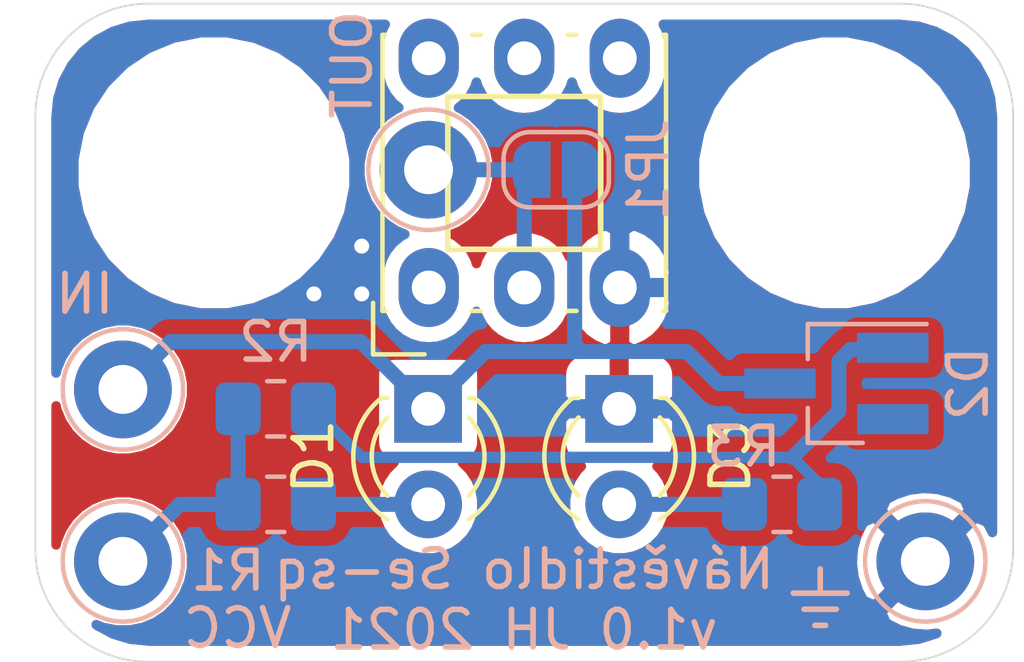
<source format=kicad_pcb>
(kicad_pcb (version 20171130) (host pcbnew 5.1.9+dfsg1-1)

  (general
    (thickness 1.6)
    (drawings 13)
    (tracks 32)
    (zones 0)
    (modules 14)
    (nets 8)
  )

  (page User 200 105.004)
  (layers
    (0 F.Cu signal)
    (31 B.Cu signal)
    (32 B.Adhes user)
    (33 F.Adhes user)
    (34 B.Paste user)
    (35 F.Paste user)
    (36 B.SilkS user)
    (37 F.SilkS user)
    (38 B.Mask user)
    (39 F.Mask user)
    (40 Dwgs.User user)
    (41 Cmts.User user hide)
    (42 Eco1.User user)
    (43 Eco2.User user)
    (44 Edge.Cuts user)
    (45 Margin user)
    (46 B.CrtYd user)
    (47 F.CrtYd user)
    (48 B.Fab user hide)
    (49 F.Fab user hide)
  )

  (setup
    (last_trace_width 0.25)
    (user_trace_width 0.3)
    (user_trace_width 0.4)
    (trace_clearance 0.2)
    (zone_clearance 0.4)
    (zone_45_only no)
    (trace_min 0.2)
    (via_size 0.8)
    (via_drill 0.4)
    (via_min_size 0.4)
    (via_min_drill 0.3)
    (uvia_size 0.3)
    (uvia_drill 0.1)
    (uvias_allowed no)
    (uvia_min_size 0.2)
    (uvia_min_drill 0.1)
    (edge_width 0.05)
    (segment_width 0.2)
    (pcb_text_width 0.3)
    (pcb_text_size 1.5 1.5)
    (mod_edge_width 0.12)
    (mod_text_size 1 1)
    (mod_text_width 0.15)
    (pad_size 1.524 1.524)
    (pad_drill 0.762)
    (pad_to_mask_clearance 0)
    (aux_axis_origin 0 0)
    (visible_elements FFFFFF7F)
    (pcbplotparams
      (layerselection 0x010fc_ffffffff)
      (usegerberextensions false)
      (usegerberattributes true)
      (usegerberadvancedattributes true)
      (creategerberjobfile true)
      (excludeedgelayer true)
      (linewidth 0.100000)
      (plotframeref false)
      (viasonmask false)
      (mode 1)
      (useauxorigin false)
      (hpglpennumber 1)
      (hpglpenspeed 20)
      (hpglpendiameter 15.000000)
      (psnegative false)
      (psa4output false)
      (plotreference true)
      (plotvalue true)
      (plotinvisibletext false)
      (padsonsilk false)
      (subtractmaskfromsilk false)
      (outputformat 1)
      (mirror false)
      (drillshape 1)
      (scaleselection 1)
      (outputdirectory ""))
  )

  (net 0 "")
  (net 1 GND)
  (net 2 "Net-(CINPUT1-Pad1)")
  (net 3 "Net-(COUTPUT1-Pad1)")
  (net 4 VCC)
  (net 5 "Net-(D1-Pad2)")
  (net 6 "Net-(D2-Pad1)")
  (net 7 "Net-(D3-Pad2)")

  (net_class Default "This is the default net class."
    (clearance 0.2)
    (trace_width 0.25)
    (via_dia 0.8)
    (via_drill 0.4)
    (uvia_dia 0.3)
    (uvia_drill 0.1)
    (add_net GND)
    (add_net "Net-(CINPUT1-Pad1)")
    (add_net "Net-(COUTPUT1-Pad1)")
    (add_net "Net-(D1-Pad2)")
    (add_net "Net-(D2-Pad1)")
    (add_net "Net-(D2-Pad2)")
    (add_net "Net-(D3-Pad2)")
    (add_net "Net-(SW1-Pad1)")
    (add_net "Net-(SW1-Pad4)")
    (add_net "Net-(SW1-Pad5)")
    (add_net "Net-(SW1-Pad6)")
    (add_net VCC)
  )

  (module Package_TO_SOT_SMD:SOT-23_Handsoldering (layer B.Cu) (tedit 5A0AB76C) (tstamp 61BBB34C)
    (at 103.3 32.1 180)
    (descr "SOT-23, Handsoldering")
    (tags SOT-23)
    (path /6187A3A8)
    (attr smd)
    (fp_text reference D2 (at -3.5 0 90) (layer B.SilkS)
      (effects (font (size 1 1) (thickness 0.15)) (justify mirror))
    )
    (fp_text value BAT54W (at 0 -2.5) (layer B.Fab)
      (effects (font (size 1 1) (thickness 0.15)) (justify mirror))
    )
    (fp_text user %R (at 0 0 270) (layer B.Fab)
      (effects (font (size 0.5 0.5) (thickness 0.075)) (justify mirror))
    )
    (fp_line (start 0.76 -1.58) (end 0.76 -0.65) (layer B.SilkS) (width 0.12))
    (fp_line (start 0.76 1.58) (end 0.76 0.65) (layer B.SilkS) (width 0.12))
    (fp_line (start -2.7 1.75) (end 2.7 1.75) (layer B.CrtYd) (width 0.05))
    (fp_line (start 2.7 1.75) (end 2.7 -1.75) (layer B.CrtYd) (width 0.05))
    (fp_line (start 2.7 -1.75) (end -2.7 -1.75) (layer B.CrtYd) (width 0.05))
    (fp_line (start -2.7 -1.75) (end -2.7 1.75) (layer B.CrtYd) (width 0.05))
    (fp_line (start 0.76 1.58) (end -2.4 1.58) (layer B.SilkS) (width 0.12))
    (fp_line (start -0.7 0.95) (end -0.7 -1.5) (layer B.Fab) (width 0.1))
    (fp_line (start -0.15 1.52) (end 0.7 1.52) (layer B.Fab) (width 0.1))
    (fp_line (start -0.7 0.95) (end -0.15 1.52) (layer B.Fab) (width 0.1))
    (fp_line (start 0.7 1.52) (end 0.7 -1.52) (layer B.Fab) (width 0.1))
    (fp_line (start -0.7 -1.52) (end 0.7 -1.52) (layer B.Fab) (width 0.1))
    (fp_line (start 0.76 -1.58) (end -0.7 -1.58) (layer B.SilkS) (width 0.12))
    (pad 3 smd rect (at 1.5 0 180) (size 1.9 0.8) (layers B.Cu B.Paste B.Mask)
      (net 2 "Net-(CINPUT1-Pad1)"))
    (pad 2 smd rect (at -1.5 -0.95 180) (size 1.9 0.8) (layers B.Cu B.Paste B.Mask))
    (pad 1 smd rect (at -1.5 0.95 180) (size 1.9 0.8) (layers B.Cu B.Paste B.Mask)
      (net 6 "Net-(D2-Pad1)"))
    (model ${KISYS3DMOD}/Package_TO_SOT_SMD.3dshapes/SOT-23.wrl
      (at (xyz 0 0 0))
      (scale (xyz 1 1 1))
      (rotate (xyz 0 0 0))
    )
  )

  (module MountingHole:MountingHole_3.2mm_M3 (layer F.Cu) (tedit 56D1B4CB) (tstamp 619D4057)
    (at 103.25 26.5)
    (descr "Mounting Hole 3.2mm, no annular, M3")
    (tags "mounting hole 3.2mm no annular m3")
    (path /61886D3D)
    (clearance 2)
    (attr virtual)
    (fp_text reference H2 (at 0 -4.2) (layer F.SilkS) hide
      (effects (font (size 1 1) (thickness 0.15)))
    )
    (fp_text value MountingHole (at 0 4.2) (layer F.Fab)
      (effects (font (size 1 1) (thickness 0.15)))
    )
    (fp_circle (center 0 0) (end 3.2 0) (layer Cmts.User) (width 0.15))
    (fp_circle (center 0 0) (end 3.45 0) (layer F.CrtYd) (width 0.05))
    (fp_text user %R (at 0.3 0) (layer F.Fab)
      (effects (font (size 1 1) (thickness 0.15)))
    )
    (pad 1 np_thru_hole circle (at 0 0) (size 3.2 3.2) (drill 3.2) (layers *.Cu *.Mask))
  )

  (module MountingHole:MountingHole_3.2mm_M3 (layer F.Cu) (tedit 56D1B4CB) (tstamp 619D4F66)
    (at 86.75 26.5 90)
    (descr "Mounting Hole 3.2mm, no annular, M3")
    (tags "mounting hole 3.2mm no annular m3")
    (path /61883B3D)
    (clearance 2)
    (attr virtual)
    (fp_text reference H1 (at 0 -4.2 90) (layer F.SilkS) hide
      (effects (font (size 1 1) (thickness 0.15)))
    )
    (fp_text value MountingHole (at 0 4.2 90) (layer F.Fab)
      (effects (font (size 1 1) (thickness 0.15)))
    )
    (fp_circle (center 0 0) (end 3.2 0) (layer Cmts.User) (width 0.15))
    (fp_circle (center 0 0) (end 3.45 0) (layer F.CrtYd) (width 0.05))
    (fp_text user %R (at 0.3 0 90) (layer F.Fab)
      (effects (font (size 1 1) (thickness 0.15)))
    )
    (pad 1 np_thru_hole circle (at 0 0 90) (size 3.2 3.2) (drill 3.2) (layers *.Cu *.Mask))
  )

  (module LED_THT:LED_D3.0mm (layer F.Cu) (tedit 587A3A7B) (tstamp 619D4005)
    (at 97.524 32.774 270)
    (descr "LED, diameter 3.0mm, 2 pins")
    (tags "LED diameter 3.0mm 2 pins")
    (path /6187B3C3)
    (fp_text reference D3 (at 1.27 -2.96 90) (layer F.SilkS)
      (effects (font (size 1 1) (thickness 0.15)))
    )
    (fp_text value STOP (at 1.27 2.96 90) (layer F.Fab)
      (effects (font (size 1 1) (thickness 0.15)))
    )
    (fp_circle (center 1.27 0) (end 2.77 0) (layer F.Fab) (width 0.1))
    (fp_line (start -0.23 -1.16619) (end -0.23 1.16619) (layer F.Fab) (width 0.1))
    (fp_line (start -0.29 -1.236) (end -0.29 -1.08) (layer F.SilkS) (width 0.12))
    (fp_line (start -0.29 1.08) (end -0.29 1.236) (layer F.SilkS) (width 0.12))
    (fp_line (start -1.15 -2.25) (end -1.15 2.25) (layer F.CrtYd) (width 0.05))
    (fp_line (start -1.15 2.25) (end 3.7 2.25) (layer F.CrtYd) (width 0.05))
    (fp_line (start 3.7 2.25) (end 3.7 -2.25) (layer F.CrtYd) (width 0.05))
    (fp_line (start 3.7 -2.25) (end -1.15 -2.25) (layer F.CrtYd) (width 0.05))
    (fp_arc (start 1.27 0) (end -0.23 -1.16619) (angle 284.3) (layer F.Fab) (width 0.1))
    (fp_arc (start 1.27 0) (end -0.29 -1.235516) (angle 108.8) (layer F.SilkS) (width 0.12))
    (fp_arc (start 1.27 0) (end -0.29 1.235516) (angle -108.8) (layer F.SilkS) (width 0.12))
    (fp_arc (start 1.27 0) (end 0.229039 -1.08) (angle 87.9) (layer F.SilkS) (width 0.12))
    (fp_arc (start 1.27 0) (end 0.229039 1.08) (angle -87.9) (layer F.SilkS) (width 0.12))
    (pad 1 thru_hole rect (at 0 0 270) (size 1.8 1.8) (drill 0.9) (layers *.Cu *.Mask)
      (net 1 GND))
    (pad 2 thru_hole circle (at 2.54 0 270) (size 1.8 1.8) (drill 0.9) (layers *.Cu *.Mask)
      (net 7 "Net-(D3-Pad2)"))
    (model ${KISYS3DMOD}/LED_THT.3dshapes/LED_D3.0mm.wrl
      (at (xyz 0 0 0))
      (scale (xyz 1 1 1))
      (rotate (xyz 0 0 0))
    )
  )

  (module Connector_Pin:Pin_D1.3mm_L11.0mm (layer B.Cu) (tedit 5A1DC085) (tstamp 619D3FE1)
    (at 84.328 36.83)
    (descr "solder Pin_ diameter 1.3mm, hole diameter 1.3mm, length 11.0mm")
    (tags "solder Pin_ pressfit")
    (path /618848B1)
    (fp_text reference CVCC1 (at -3.048 -2.032) (layer B.SilkS) hide
      (effects (font (size 1 1) (thickness 0.15)) (justify mirror))
    )
    (fp_text value pad (at 0 2.05) (layer B.Fab)
      (effects (font (size 1 1) (thickness 0.15)) (justify mirror))
    )
    (fp_circle (center 0 0) (end 1.8 0) (layer B.CrtYd) (width 0.05))
    (fp_circle (center 0 0) (end 0.65 0.05) (layer B.Fab) (width 0.12))
    (fp_circle (center 0 0) (end 1.25 0.05) (layer B.Fab) (width 0.12))
    (fp_circle (center 0 0) (end 1.6 -0.05) (layer B.SilkS) (width 0.12))
    (fp_text user %R (at 0 -2.4) (layer B.Fab)
      (effects (font (size 1 1) (thickness 0.15)) (justify mirror))
    )
    (pad 1 thru_hole circle (at 0 0) (size 2.6 2.6) (drill 1.3) (layers *.Cu *.Mask)
      (net 4 VCC))
    (model ${KISYS3DMOD}/Connector_Pin.3dshapes/Pin_D1.3mm_L11.0mm.wrl
      (at (xyz 0 0 0))
      (scale (xyz 1 1 1))
      (rotate (xyz 0 0 0))
    )
  )

  (module Connector_Pin:Pin_D1.3mm_L11.0mm (layer B.Cu) (tedit 5A1DC085) (tstamp 619D3FB1)
    (at 92.456 26.416)
    (descr "solder Pin_ diameter 1.3mm, hole diameter 1.3mm, length 11.0mm")
    (tags "solder Pin_ pressfit")
    (path /61887291)
    (fp_text reference COUTPUT1 (at 2.794 -1.778) (layer B.SilkS) hide
      (effects (font (size 1 1) (thickness 0.15)) (justify mirror))
    )
    (fp_text value pad (at 0 2.05) (layer B.Fab)
      (effects (font (size 1 1) (thickness 0.15)) (justify mirror))
    )
    (fp_circle (center 0 0) (end 1.8 0) (layer B.CrtYd) (width 0.05))
    (fp_circle (center 0 0) (end 0.65 0.05) (layer B.Fab) (width 0.12))
    (fp_circle (center 0 0) (end 1.25 0.05) (layer B.Fab) (width 0.12))
    (fp_circle (center 0 0) (end 1.6 -0.05) (layer B.SilkS) (width 0.12))
    (fp_text user %R (at 0 -2.4) (layer B.Fab)
      (effects (font (size 1 1) (thickness 0.15)) (justify mirror))
    )
    (pad 1 thru_hole circle (at 0 0) (size 2.6 2.6) (drill 1.3) (layers *.Cu *.Mask)
      (net 3 "Net-(COUTPUT1-Pad1)"))
    (model ${KISYS3DMOD}/Connector_Pin.3dshapes/Pin_D1.3mm_L11.0mm.wrl
      (at (xyz 0 0 0))
      (scale (xyz 1 1 1))
      (rotate (xyz 0 0 0))
    )
  )

  (module Connector_Pin:Pin_D1.3mm_L11.0mm (layer B.Cu) (tedit 5A1DC085) (tstamp 619D4038)
    (at 84.328 32.258)
    (descr "solder Pin_ diameter 1.3mm, hole diameter 1.3mm, length 11.0mm")
    (tags "solder Pin_ pressfit")
    (path /61885982)
    (fp_text reference CINPUT1 (at 0 2.794) (layer B.SilkS) hide
      (effects (font (size 1 1) (thickness 0.15)) (justify mirror))
    )
    (fp_text value pad (at 0 2.05) (layer B.Fab)
      (effects (font (size 1 1) (thickness 0.15)) (justify mirror))
    )
    (fp_circle (center 0 0) (end 1.8 0) (layer B.CrtYd) (width 0.05))
    (fp_circle (center 0 0) (end 0.65 0.05) (layer B.Fab) (width 0.12))
    (fp_circle (center 0 0) (end 1.25 0.05) (layer B.Fab) (width 0.12))
    (fp_circle (center 0 0) (end 1.6 -0.05) (layer B.SilkS) (width 0.12))
    (fp_text user %R (at 0 -2.4) (layer B.Fab)
      (effects (font (size 1 1) (thickness 0.15)) (justify mirror))
    )
    (pad 1 thru_hole circle (at 0 0) (size 2.6 2.6) (drill 1.3) (layers *.Cu *.Mask)
      (net 2 "Net-(CINPUT1-Pad1)"))
    (model ${KISYS3DMOD}/Connector_Pin.3dshapes/Pin_D1.3mm_L11.0mm.wrl
      (at (xyz 0 0 0))
      (scale (xyz 1 1 1))
      (rotate (xyz 0 0 0))
    )
  )

  (module Connector_Pin:Pin_D1.3mm_L11.0mm (layer B.Cu) (tedit 5A1DC085) (tstamp 619D40B0)
    (at 105.664 36.83)
    (descr "solder Pin_ diameter 1.3mm, hole diameter 1.3mm, length 11.0mm")
    (tags "solder Pin_ pressfit")
    (path /6189BB08)
    (fp_text reference CGND1 (at 2.286 -2.032) (layer B.SilkS) hide
      (effects (font (size 1 1) (thickness 0.15)) (justify mirror))
    )
    (fp_text value pad (at 0 2.05) (layer B.Fab)
      (effects (font (size 1 1) (thickness 0.15)) (justify mirror))
    )
    (fp_circle (center 0 0) (end 1.8 0) (layer B.CrtYd) (width 0.05))
    (fp_circle (center 0 0) (end 0.65 0.05) (layer B.Fab) (width 0.12))
    (fp_circle (center 0 0) (end 1.25 0.05) (layer B.Fab) (width 0.12))
    (fp_circle (center 0 0) (end 1.6 -0.05) (layer B.SilkS) (width 0.12))
    (fp_text user %R (at 0 -2.4) (layer B.Fab)
      (effects (font (size 1 1) (thickness 0.15)) (justify mirror))
    )
    (pad 1 thru_hole circle (at 0 0) (size 2.6 2.6) (drill 1.3) (layers *.Cu *.Mask)
      (net 1 GND))
    (model ${KISYS3DMOD}/Connector_Pin.3dshapes/Pin_D1.3mm_L11.0mm.wrl
      (at (xyz 0 0 0))
      (scale (xyz 1 1 1))
      (rotate (xyz 0 0 0))
    )
  )

  (module LED_THT:LED_D3.0mm (layer F.Cu) (tedit 587A3A7B) (tstamp 619D3E67)
    (at 92.444 32.774 270)
    (descr "LED, diameter 3.0mm, 2 pins")
    (tags "LED diameter 3.0mm 2 pins")
    (path /6187E726)
    (fp_text reference D1 (at 1.27 3.048 90) (layer F.SilkS)
      (effects (font (size 1 1) (thickness 0.15)))
    )
    (fp_text value GO (at 1.27 2.96 90) (layer F.Fab)
      (effects (font (size 1 1) (thickness 0.15)))
    )
    (fp_circle (center 1.27 0) (end 2.77 0) (layer F.Fab) (width 0.1))
    (fp_line (start -0.23 -1.16619) (end -0.23 1.16619) (layer F.Fab) (width 0.1))
    (fp_line (start -0.29 -1.236) (end -0.29 -1.08) (layer F.SilkS) (width 0.12))
    (fp_line (start -0.29 1.08) (end -0.29 1.236) (layer F.SilkS) (width 0.12))
    (fp_line (start -1.15 -2.25) (end -1.15 2.25) (layer F.CrtYd) (width 0.05))
    (fp_line (start -1.15 2.25) (end 3.7 2.25) (layer F.CrtYd) (width 0.05))
    (fp_line (start 3.7 2.25) (end 3.7 -2.25) (layer F.CrtYd) (width 0.05))
    (fp_line (start 3.7 -2.25) (end -1.15 -2.25) (layer F.CrtYd) (width 0.05))
    (fp_arc (start 1.27 0) (end -0.23 -1.16619) (angle 284.3) (layer F.Fab) (width 0.1))
    (fp_arc (start 1.27 0) (end -0.29 -1.235516) (angle 108.8) (layer F.SilkS) (width 0.12))
    (fp_arc (start 1.27 0) (end -0.29 1.235516) (angle -108.8) (layer F.SilkS) (width 0.12))
    (fp_arc (start 1.27 0) (end 0.229039 -1.08) (angle 87.9) (layer F.SilkS) (width 0.12))
    (fp_arc (start 1.27 0) (end 0.229039 1.08) (angle -87.9) (layer F.SilkS) (width 0.12))
    (pad 1 thru_hole rect (at 0 0 270) (size 1.8 1.8) (drill 0.9) (layers *.Cu *.Mask)
      (net 2 "Net-(CINPUT1-Pad1)"))
    (pad 2 thru_hole circle (at 2.54 0 270) (size 1.8 1.8) (drill 0.9) (layers *.Cu *.Mask)
      (net 5 "Net-(D1-Pad2)"))
    (model ${KISYS3DMOD}/LED_THT.3dshapes/LED_D3.0mm.wrl
      (at (xyz 0 0 0))
      (scale (xyz 1 1 1))
      (rotate (xyz 0 0 0))
    )
  )

  (module Switch_KMZ:KLS7 (layer F.Cu) (tedit 61882A3D) (tstamp 619D3F45)
    (at 95 26.5 90)
    (path /61889CBB)
    (fp_text reference SW1 (at 0 4.826 90) (layer F.SilkS) hide
      (effects (font (size 1 1) (thickness 0.15)))
    )
    (fp_text value SW_Push_DPDT (at 0 -4.826 90) (layer F.Fab)
      (effects (font (size 1 1) (thickness 0.15)))
    )
    (fp_line (start 4.572 -3.9) (end -4.572 -3.9) (layer F.CrtYd) (width 0.05))
    (fp_line (start -3.67 3.77) (end 3.67 3.77) (layer F.SilkS) (width 0.12))
    (fp_line (start -3.67 1.15) (end -3.67 1.39) (layer F.SilkS) (width 0.12))
    (fp_line (start -4.826 -4.02) (end -3.456 -4.02) (layer F.SilkS) (width 0.12))
    (fp_line (start 3.67 -3.77) (end 3.67 -3.69) (layer F.SilkS) (width 0.12))
    (fp_line (start -3.556 -3.65) (end 3.55 -3.65) (layer F.Fab) (width 0.1))
    (fp_line (start -3.67 3.69) (end -3.67 3.77) (layer F.SilkS) (width 0.12))
    (fp_line (start -3.67 -1.39) (end -3.67 -1.15) (layer F.SilkS) (width 0.12))
    (fp_line (start 3.67 3.77) (end 3.67 3.69) (layer F.SilkS) (width 0.12))
    (fp_line (start 3.67 -1.39) (end 3.67 -1.15) (layer F.SilkS) (width 0.12))
    (fp_line (start -3.67 -3.77) (end 3.67 -3.77) (layer F.SilkS) (width 0.12))
    (fp_line (start -3.67 -3.69) (end -3.67 -3.77) (layer F.SilkS) (width 0.12))
    (fp_line (start 3.67 1.15) (end 3.67 1.39) (layer F.SilkS) (width 0.12))
    (fp_line (start -4.826 -2.65) (end -4.826 -4.02) (layer F.SilkS) (width 0.12))
    (fp_line (start -4.572 3.9) (end 4.572 3.9) (layer F.CrtYd) (width 0.05))
    (fp_line (start 3.55 3.65) (end -3.55 3.65) (layer F.Fab) (width 0.1))
    (fp_line (start 3.55 -3.65) (end 3.55 3.65) (layer F.Fab) (width 0.1))
    (fp_line (start 4.572 3.9) (end 4.572 -3.9) (layer F.CrtYd) (width 0.05))
    (fp_line (start -3.55 3.65) (end -3.55 -3.556) (layer F.Fab) (width 0.1))
    (fp_line (start -4.572 -3.9) (end -4.572 3.9) (layer F.CrtYd) (width 0.05))
    (fp_line (start -2.032 -2.032) (end -2.032 2.032) (layer F.SilkS) (width 0.15))
    (fp_line (start -2.032 2.032) (end 2.032 2.032) (layer F.SilkS) (width 0.15))
    (fp_line (start 2.032 2.032) (end 2.032 -2.032) (layer F.SilkS) (width 0.15))
    (fp_line (start 2.032 -2.032) (end -2.032 -2.032) (layer F.SilkS) (width 0.15))
    (pad 5 thru_hole oval (at 3.048 -2.54 90) (size 2.1 1.6) (drill 0.9) (layers *.Cu *.Mask))
    (pad 3 thru_hole oval (at -3.048 0 90) (size 2.1 1.6) (drill 0.9) (layers *.Cu *.Mask)
      (net 3 "Net-(COUTPUT1-Pad1)"))
    (pad 1 thru_hole oval (at -3.048 -2.54 90) (size 2.1 1.6) (drill 0.9) (layers *.Cu *.Mask))
    (pad 2 thru_hole oval (at -3.048 2.54 90) (size 2.1 1.6) (drill 0.9) (layers *.Cu *.Mask)
      (net 1 GND))
    (pad 4 thru_hole oval (at 3.048 2.54 90) (size 2.1 1.6) (drill 0.9) (layers *.Cu *.Mask))
    (pad 6 thru_hole oval (at 3.048 0 90) (size 2.1 1.6) (drill 0.9) (layers *.Cu *.Mask))
  )

  (module Resistor_SMD:R_0805_2012Metric_Pad1.20x1.40mm_HandSolder (layer B.Cu) (tedit 5F68FEEE) (tstamp 619D4078)
    (at 101.854 35.314 180)
    (descr "Resistor SMD 0805 (2012 Metric), square (rectangular) end terminal, IPC_7351 nominal with elongated pad for handsoldering. (Body size source: IPC-SM-782 page 72, https://www.pcb-3d.com/wordpress/wp-content/uploads/ipc-sm-782a_amendment_1_and_2.pdf), generated with kicad-footprint-generator")
    (tags "resistor handsolder")
    (path /6187B970)
    (attr smd)
    (fp_text reference R3 (at 1.016 1.532) (layer B.SilkS)
      (effects (font (size 1 1) (thickness 0.15)) (justify mirror))
    )
    (fp_text value 1k (at 0 -1.65) (layer B.Fab)
      (effects (font (size 1 1) (thickness 0.15)) (justify mirror))
    )
    (fp_line (start -1 -0.625) (end -1 0.625) (layer B.Fab) (width 0.1))
    (fp_line (start -1 0.625) (end 1 0.625) (layer B.Fab) (width 0.1))
    (fp_line (start 1 0.625) (end 1 -0.625) (layer B.Fab) (width 0.1))
    (fp_line (start 1 -0.625) (end -1 -0.625) (layer B.Fab) (width 0.1))
    (fp_line (start -0.227064 0.735) (end 0.227064 0.735) (layer B.SilkS) (width 0.12))
    (fp_line (start -0.227064 -0.735) (end 0.227064 -0.735) (layer B.SilkS) (width 0.12))
    (fp_line (start -1.85 -0.95) (end -1.85 0.95) (layer B.CrtYd) (width 0.05))
    (fp_line (start -1.85 0.95) (end 1.85 0.95) (layer B.CrtYd) (width 0.05))
    (fp_line (start 1.85 0.95) (end 1.85 -0.95) (layer B.CrtYd) (width 0.05))
    (fp_line (start 1.85 -0.95) (end -1.85 -0.95) (layer B.CrtYd) (width 0.05))
    (fp_text user %R (at 0 0) (layer B.Fab)
      (effects (font (size 0.5 0.5) (thickness 0.08)) (justify mirror))
    )
    (pad 1 smd roundrect (at -1 0 180) (size 1.2 1.4) (layers B.Cu B.Paste B.Mask) (roundrect_rratio 0.208333)
      (net 6 "Net-(D2-Pad1)"))
    (pad 2 smd roundrect (at 1 0 180) (size 1.2 1.4) (layers B.Cu B.Paste B.Mask) (roundrect_rratio 0.208333)
      (net 7 "Net-(D3-Pad2)"))
    (model ${KISYS3DMOD}/Resistor_SMD.3dshapes/R_0805_2012Metric.wrl
      (at (xyz 0 0 0))
      (scale (xyz 1 1 1))
      (rotate (xyz 0 0 0))
    )
  )

  (module Resistor_SMD:R_0805_2012Metric_Pad1.20x1.40mm_HandSolder (layer B.Cu) (tedit 5F68FEEE) (tstamp 619D3E35)
    (at 88.392 32.774)
    (descr "Resistor SMD 0805 (2012 Metric), square (rectangular) end terminal, IPC_7351 nominal with elongated pad for handsoldering. (Body size source: IPC-SM-782 page 72, https://www.pcb-3d.com/wordpress/wp-content/uploads/ipc-sm-782a_amendment_1_and_2.pdf), generated with kicad-footprint-generator")
    (tags "resistor handsolder")
    (path /61879627)
    (attr smd)
    (fp_text reference R2 (at 0 -1.778) (layer B.SilkS)
      (effects (font (size 1 1) (thickness 0.15)) (justify mirror))
    )
    (fp_text value 1k (at 0 -1.65) (layer B.Fab)
      (effects (font (size 1 1) (thickness 0.15)) (justify mirror))
    )
    (fp_line (start -1 -0.625) (end -1 0.625) (layer B.Fab) (width 0.1))
    (fp_line (start -1 0.625) (end 1 0.625) (layer B.Fab) (width 0.1))
    (fp_line (start 1 0.625) (end 1 -0.625) (layer B.Fab) (width 0.1))
    (fp_line (start 1 -0.625) (end -1 -0.625) (layer B.Fab) (width 0.1))
    (fp_line (start -0.227064 0.735) (end 0.227064 0.735) (layer B.SilkS) (width 0.12))
    (fp_line (start -0.227064 -0.735) (end 0.227064 -0.735) (layer B.SilkS) (width 0.12))
    (fp_line (start -1.85 -0.95) (end -1.85 0.95) (layer B.CrtYd) (width 0.05))
    (fp_line (start -1.85 0.95) (end 1.85 0.95) (layer B.CrtYd) (width 0.05))
    (fp_line (start 1.85 0.95) (end 1.85 -0.95) (layer B.CrtYd) (width 0.05))
    (fp_line (start 1.85 -0.95) (end -1.85 -0.95) (layer B.CrtYd) (width 0.05))
    (fp_text user %R (at 0 0) (layer B.Fab)
      (effects (font (size 0.5 0.5) (thickness 0.08)) (justify mirror))
    )
    (pad 1 smd roundrect (at -1 0) (size 1.2 1.4) (layers B.Cu B.Paste B.Mask) (roundrect_rratio 0.208333)
      (net 4 VCC))
    (pad 2 smd roundrect (at 1 0) (size 1.2 1.4) (layers B.Cu B.Paste B.Mask) (roundrect_rratio 0.208333)
      (net 6 "Net-(D2-Pad1)"))
    (model ${KISYS3DMOD}/Resistor_SMD.3dshapes/R_0805_2012Metric.wrl
      (at (xyz 0 0 0))
      (scale (xyz 1 1 1))
      (rotate (xyz 0 0 0))
    )
  )

  (module Resistor_SMD:R_0805_2012Metric_Pad1.20x1.40mm_HandSolder (layer B.Cu) (tedit 5F68FEEE) (tstamp 619D5516)
    (at 88.392 35.314)
    (descr "Resistor SMD 0805 (2012 Metric), square (rectangular) end terminal, IPC_7351 nominal with elongated pad for handsoldering. (Body size source: IPC-SM-782 page 72, https://www.pcb-3d.com/wordpress/wp-content/uploads/ipc-sm-782a_amendment_1_and_2.pdf), generated with kicad-footprint-generator")
    (tags "resistor handsolder")
    (path /61880209)
    (attr smd)
    (fp_text reference R1 (at -1.27 1.77) (layer B.SilkS)
      (effects (font (size 1 1) (thickness 0.15)) (justify mirror))
    )
    (fp_text value 1k (at 0 -1.65) (layer B.Fab)
      (effects (font (size 1 1) (thickness 0.15)) (justify mirror))
    )
    (fp_line (start -1 -0.625) (end -1 0.625) (layer B.Fab) (width 0.1))
    (fp_line (start -1 0.625) (end 1 0.625) (layer B.Fab) (width 0.1))
    (fp_line (start 1 0.625) (end 1 -0.625) (layer B.Fab) (width 0.1))
    (fp_line (start 1 -0.625) (end -1 -0.625) (layer B.Fab) (width 0.1))
    (fp_line (start -0.227064 0.735) (end 0.227064 0.735) (layer B.SilkS) (width 0.12))
    (fp_line (start -0.227064 -0.735) (end 0.227064 -0.735) (layer B.SilkS) (width 0.12))
    (fp_line (start -1.85 -0.95) (end -1.85 0.95) (layer B.CrtYd) (width 0.05))
    (fp_line (start -1.85 0.95) (end 1.85 0.95) (layer B.CrtYd) (width 0.05))
    (fp_line (start 1.85 0.95) (end 1.85 -0.95) (layer B.CrtYd) (width 0.05))
    (fp_line (start 1.85 -0.95) (end -1.85 -0.95) (layer B.CrtYd) (width 0.05))
    (fp_text user %R (at 0 0) (layer B.Fab)
      (effects (font (size 0.5 0.5) (thickness 0.08)) (justify mirror))
    )
    (pad 1 smd roundrect (at -1 0) (size 1.2 1.4) (layers B.Cu B.Paste B.Mask) (roundrect_rratio 0.208333)
      (net 4 VCC))
    (pad 2 smd roundrect (at 1 0) (size 1.2 1.4) (layers B.Cu B.Paste B.Mask) (roundrect_rratio 0.208333)
      (net 5 "Net-(D1-Pad2)"))
    (model ${KISYS3DMOD}/Resistor_SMD.3dshapes/R_0805_2012Metric.wrl
      (at (xyz 0 0 0))
      (scale (xyz 1 1 1))
      (rotate (xyz 0 0 0))
    )
  )

  (module Jumper:SolderJumper-2_P1.3mm_Open_RoundedPad1.0x1.5mm (layer B.Cu) (tedit 5B391E66) (tstamp 619D50A6)
    (at 95.85 26.416 180)
    (descr "SMD Solder Jumper, 1x1.5mm, rounded Pads, 0.3mm gap, open")
    (tags "solder jumper open")
    (path /618864CD)
    (attr virtual)
    (fp_text reference JP1 (at -2.448 0 90) (layer B.SilkS)
      (effects (font (size 1 1) (thickness 0.15)) (justify mirror))
    )
    (fp_text value SolderJumper_2_Open (at 0 -1.9) (layer B.Fab)
      (effects (font (size 1 1) (thickness 0.15)) (justify mirror))
    )
    (fp_line (start -1.4 -0.3) (end -1.4 0.3) (layer B.SilkS) (width 0.12))
    (fp_line (start 0.7 -1) (end -0.7 -1) (layer B.SilkS) (width 0.12))
    (fp_line (start 1.4 0.3) (end 1.4 -0.3) (layer B.SilkS) (width 0.12))
    (fp_line (start -0.7 1) (end 0.7 1) (layer B.SilkS) (width 0.12))
    (fp_line (start -1.65 1.25) (end 1.65 1.25) (layer B.CrtYd) (width 0.05))
    (fp_line (start -1.65 1.25) (end -1.65 -1.25) (layer B.CrtYd) (width 0.05))
    (fp_line (start 1.65 -1.25) (end 1.65 1.25) (layer B.CrtYd) (width 0.05))
    (fp_line (start 1.65 -1.25) (end -1.65 -1.25) (layer B.CrtYd) (width 0.05))
    (fp_arc (start 0.7 0.3) (end 1.4 0.3) (angle 90) (layer B.SilkS) (width 0.12))
    (fp_arc (start 0.7 -0.3) (end 0.7 -1) (angle 90) (layer B.SilkS) (width 0.12))
    (fp_arc (start -0.7 -0.3) (end -1.4 -0.3) (angle 90) (layer B.SilkS) (width 0.12))
    (fp_arc (start -0.7 0.3) (end -0.7 1) (angle 90) (layer B.SilkS) (width 0.12))
    (pad 1 smd custom (at -0.65 0 180) (size 1 0.5) (layers B.Cu B.Mask)
      (net 2 "Net-(CINPUT1-Pad1)") (zone_connect 2)
      (options (clearance outline) (anchor rect))
      (primitives
        (gr_circle (center 0 -0.25) (end 0.5 -0.25) (width 0))
        (gr_circle (center 0 0.25) (end 0.5 0.25) (width 0))
        (gr_poly (pts
           (xy 0 0.75) (xy 0.5 0.75) (xy 0.5 -0.75) (xy 0 -0.75)) (width 0))
      ))
    (pad 2 smd custom (at 0.65 0 180) (size 1 0.5) (layers B.Cu B.Mask)
      (net 3 "Net-(COUTPUT1-Pad1)") (zone_connect 2)
      (options (clearance outline) (anchor rect))
      (primitives
        (gr_circle (center 0 -0.25) (end 0.5 -0.25) (width 0))
        (gr_circle (center 0 0.25) (end 0.5 0.25) (width 0))
        (gr_poly (pts
           (xy 0 0.75) (xy -0.5 0.75) (xy -0.5 -0.75) (xy 0 -0.75)) (width 0))
      ))
  )

  (gr_text "Návěstidlo Se-sq\nv1.0 JH 2021" (at 94.996 37.846) (layer B.SilkS) (tstamp 619D3E8F)
    (effects (font (size 1 1) (thickness 0.15)) (justify mirror))
  )
  (gr_text VCC (at 87.376 38.608) (layer B.SilkS) (tstamp 619D40A5)
    (effects (font (size 1 1) (thickness 0.15)) (justify mirror))
  )
  (gr_text ⏚ (at 102.87 37.846) (layer B.SilkS) (tstamp 619D3E95)
    (effects (font (size 1.5 1.5) (thickness 0.15)) (justify mirror))
  )
  (gr_text IN (at 83.312 29.718) (layer B.SilkS) (tstamp 619D3E8C)
    (effects (font (size 1 1) (thickness 0.15)) (justify mirror))
  )
  (gr_text OUT (at 90.424 23.622 90) (layer B.SilkS) (tstamp 619D3F22)
    (effects (font (size 1 1) (thickness 0.15)) (justify mirror))
  )
  (gr_line (start 85 39.5) (end 105 39.5) (layer Edge.Cuts) (width 0.05) (tstamp 619D40CC))
  (gr_arc (start 85 36.5) (end 82 36.5) (angle -90) (layer Edge.Cuts) (width 0.05) (tstamp 619D40CF))
  (gr_arc (start 105 36.5) (end 105 39.5) (angle -90) (layer Edge.Cuts) (width 0.05) (tstamp 619D40C3))
  (gr_line (start 108 25) (end 108 36.5) (layer Edge.Cuts) (width 0.05) (tstamp 619D40A2))
  (gr_line (start 82 25) (end 82 36.5) (layer Edge.Cuts) (width 0.05) (tstamp 619D409F))
  (gr_arc (start 105 25) (end 108 25) (angle -90) (layer Edge.Cuts) (width 0.05) (tstamp 619D4F4C))
  (gr_arc (start 85 25) (end 85 22) (angle -90) (layer Edge.Cuts) (width 0.05) (tstamp 619D409C))
  (gr_line (start 105 22) (end 85 22) (layer Edge.Cuts) (width 0.05) (tstamp 619D3EA1))

  (via (at 90.678 29.718) (size 0.8) (drill 0.4) (layers F.Cu B.Cu) (net 1))
  (via (at 90.678 28.448) (size 0.8) (drill 0.4) (layers F.Cu B.Cu) (net 1))
  (via (at 89.408 29.718) (size 0.8) (drill 0.4) (layers F.Cu B.Cu) (net 1))
  (segment (start 93.968 31.25) (end 92.444 32.774) (width 0.4) (layer B.Cu) (net 2) (tstamp 619D404E))
  (segment (start 96.512 31.25) (end 93.968 31.25) (width 0.4) (layer B.Cu) (net 2))
  (segment (start 84.328 32.258) (end 85.598 30.988) (width 0.4) (layer B.Cu) (net 2))
  (segment (start 90.658 30.988) (end 92.444 32.774) (width 0.4) (layer B.Cu) (net 2))
  (segment (start 85.598 30.988) (end 90.658 30.988) (width 0.4) (layer B.Cu) (net 2))
  (segment (start 96.33999 26.57601) (end 96.5 26.416) (width 0.4) (layer B.Cu) (net 2))
  (segment (start 96.33999 31.07799) (end 96.33999 26.57601) (width 0.4) (layer B.Cu) (net 2))
  (segment (start 96.512 31.25) (end 96.33999 31.07799) (width 0.4) (layer B.Cu) (net 2))
  (segment (start 99.322 31.25) (end 96.512 31.25) (width 0.4) (layer B.Cu) (net 2))
  (segment (start 100.172 32.1) (end 99.322 31.25) (width 0.4) (layer B.Cu) (net 2))
  (segment (start 102.036 32.1) (end 100.172 32.1) (width 0.4) (layer B.Cu) (net 2))
  (segment (start 95 26.412) (end 94.996 26.416) (width 0.4) (layer B.Cu) (net 3))
  (segment (start 95 26.616) (end 95.2 26.416) (width 0.4) (layer B.Cu) (net 3))
  (segment (start 95 29.548) (end 95 26.616) (width 0.4) (layer B.Cu) (net 3))
  (segment (start 92.456 26.416) (end 95.2 26.416) (width 0.4) (layer B.Cu) (net 3))
  (segment (start 87.392 32.774) (end 87.392 35.314) (width 0.4) (layer B.Cu) (net 4))
  (segment (start 85.844 35.314) (end 84.328 36.83) (width 0.4) (layer B.Cu) (net 4))
  (segment (start 87.392 35.314) (end 85.844 35.314) (width 0.4) (layer B.Cu) (net 4))
  (segment (start 89.392 35.314) (end 92.444 35.314) (width 0.4) (layer B.Cu) (net 5))
  (segment (start 89.392 32.774) (end 89.67 32.774) (width 0.4) (layer B.Cu) (net 6))
  (segment (start 90.681999 34.063999) (end 102.135999 34.063999) (width 0.3) (layer B.Cu) (net 6))
  (segment (start 89.392 32.774) (end 90.681999 34.063999) (width 0.3) (layer B.Cu) (net 6))
  (segment (start 102.854 34.782) (end 102.854 35.314) (width 0.3) (layer B.Cu) (net 6))
  (segment (start 102.135999 34.063999) (end 102.854 34.782) (width 0.3) (layer B.Cu) (net 6))
  (segment (start 103.67 31.2) (end 104.7 31.2) (width 0.4) (layer B.Cu) (net 6))
  (segment (start 103.366 31.504) (end 103.67 31.2) (width 0.4) (layer B.Cu) (net 6))
  (segment (start 103.366 32.833998) (end 103.366 31.504) (width 0.4) (layer B.Cu) (net 6))
  (segment (start 102.135999 34.063999) (end 103.366 32.833998) (width 0.4) (layer B.Cu) (net 6))
  (segment (start 97.524 35.314) (end 100.854 35.314) (width 0.4) (layer B.Cu) (net 7))

  (zone (net 1) (net_name GND) (layer B.Cu) (tstamp 619D49C8) (hatch edge 0.508)
    (connect_pads (clearance 0.4))
    (min_thickness 0.254)
    (fill yes (arc_segments 32) (thermal_gap 0.508) (thermal_bridge_width 0.508))
    (polygon
      (pts
        (xy 108 39.5) (xy 82 39.5) (xy 82 22) (xy 108 22)
      )
    )
    (filled_polygon
      (pts
        (xy 105.474972 22.601219) (xy 105.931851 22.739158) (xy 106.353239 22.963214) (xy 106.723079 23.264849) (xy 107.02729 23.632575)
        (xy 107.254281 24.052389) (xy 107.395407 24.508292) (xy 107.448 25.008678) (xy 107.448001 36.062401) (xy 107.440333 36.03931)
        (xy 107.308312 35.792317) (xy 107.013224 35.660381) (xy 105.843605 36.83) (xy 105.857748 36.844143) (xy 105.678143 37.023748)
        (xy 105.664 37.009605) (xy 104.494381 38.179224) (xy 104.626317 38.474312) (xy 104.967045 38.645159) (xy 105.334557 38.74625)
        (xy 105.714729 38.773701) (xy 105.970868 38.741706) (xy 105.947615 38.754279) (xy 105.491709 38.895407) (xy 104.991321 38.948)
        (xy 85.027002 38.948) (xy 84.525032 38.898782) (xy 84.068149 38.760842) (xy 83.646764 38.536788) (xy 83.618274 38.513552)
        (xy 83.795084 38.586789) (xy 84.148056 38.657) (xy 84.507944 38.657) (xy 84.860916 38.586789) (xy 85.193409 38.449066)
        (xy 85.492645 38.249124) (xy 85.747124 37.994645) (xy 85.947066 37.695409) (xy 86.084789 37.362916) (xy 86.155 37.009944)
        (xy 86.155 36.650056) (xy 86.084789 36.297084) (xy 86.027458 36.158675) (xy 86.145134 36.041) (xy 86.315323 36.041)
        (xy 86.321791 36.062321) (xy 86.393829 36.197095) (xy 86.490775 36.315225) (xy 86.608905 36.412171) (xy 86.743679 36.484209)
        (xy 86.889917 36.52857) (xy 87.041999 36.543549) (xy 87.742001 36.543549) (xy 87.894083 36.52857) (xy 88.040321 36.484209)
        (xy 88.175095 36.412171) (xy 88.293225 36.315225) (xy 88.390171 36.197095) (xy 88.392 36.193673) (xy 88.393829 36.197095)
        (xy 88.490775 36.315225) (xy 88.608905 36.412171) (xy 88.743679 36.484209) (xy 88.889917 36.52857) (xy 89.041999 36.543549)
        (xy 89.742001 36.543549) (xy 89.894083 36.52857) (xy 90.040321 36.484209) (xy 90.175095 36.412171) (xy 90.293225 36.315225)
        (xy 90.390171 36.197095) (xy 90.462209 36.062321) (xy 90.468677 36.041) (xy 91.213527 36.041) (xy 91.335576 36.22366)
        (xy 91.53434 36.422424) (xy 91.768062 36.578591) (xy 92.027759 36.686162) (xy 92.303453 36.741) (xy 92.584547 36.741)
        (xy 92.860241 36.686162) (xy 93.119938 36.578591) (xy 93.35366 36.422424) (xy 93.552424 36.22366) (xy 93.708591 35.989938)
        (xy 93.816162 35.730241) (xy 93.871 35.454547) (xy 93.871 35.173453) (xy 93.816162 34.897759) (xy 93.751229 34.740999)
        (xy 96.216771 34.740999) (xy 96.151838 34.897759) (xy 96.097 35.173453) (xy 96.097 35.454547) (xy 96.151838 35.730241)
        (xy 96.259409 35.989938) (xy 96.415576 36.22366) (xy 96.61434 36.422424) (xy 96.848062 36.578591) (xy 97.107759 36.686162)
        (xy 97.383453 36.741) (xy 97.664547 36.741) (xy 97.940241 36.686162) (xy 98.199938 36.578591) (xy 98.43366 36.422424)
        (xy 98.632424 36.22366) (xy 98.754473 36.041) (xy 99.777323 36.041) (xy 99.783791 36.062321) (xy 99.855829 36.197095)
        (xy 99.952775 36.315225) (xy 100.070905 36.412171) (xy 100.205679 36.484209) (xy 100.351917 36.52857) (xy 100.503999 36.543549)
        (xy 101.204001 36.543549) (xy 101.356083 36.52857) (xy 101.502321 36.484209) (xy 101.637095 36.412171) (xy 101.755225 36.315225)
        (xy 101.852171 36.197095) (xy 101.854 36.193673) (xy 101.855829 36.197095) (xy 101.952775 36.315225) (xy 102.070905 36.412171)
        (xy 102.205679 36.484209) (xy 102.351917 36.52857) (xy 102.503999 36.543549) (xy 103.204001 36.543549) (xy 103.356083 36.52857)
        (xy 103.502321 36.484209) (xy 103.637095 36.412171) (xy 103.755225 36.315225) (xy 103.820662 36.235489) (xy 103.74775 36.500557)
        (xy 103.720299 36.880729) (xy 103.767543 37.258951) (xy 103.887667 37.62069) (xy 104.019688 37.867683) (xy 104.314776 37.999619)
        (xy 105.484395 36.83) (xy 104.314776 35.660381) (xy 104.019688 35.792317) (xy 103.971244 35.88893) (xy 103.983549 35.764001)
        (xy 103.983549 35.480776) (xy 104.494381 35.480776) (xy 105.664 36.650395) (xy 106.833619 35.480776) (xy 106.701683 35.185688)
        (xy 106.360955 35.014841) (xy 105.993443 34.91375) (xy 105.613271 34.886299) (xy 105.235049 34.933543) (xy 104.87331 35.053667)
        (xy 104.626317 35.185688) (xy 104.494381 35.480776) (xy 103.983549 35.480776) (xy 103.983549 34.863999) (xy 103.96857 34.711917)
        (xy 103.924209 34.565679) (xy 103.852171 34.430905) (xy 103.755225 34.312775) (xy 103.637095 34.215829) (xy 103.502321 34.143791)
        (xy 103.356083 34.09943) (xy 103.204001 34.084451) (xy 103.143679 34.084451) (xy 103.443157 33.784974) (xy 103.475552 33.824448)
        (xy 103.555798 33.890304) (xy 103.64735 33.939239) (xy 103.74669 33.969374) (xy 103.85 33.979549) (xy 105.75 33.979549)
        (xy 105.85331 33.969374) (xy 105.95265 33.939239) (xy 106.044202 33.890304) (xy 106.124448 33.824448) (xy 106.190304 33.744202)
        (xy 106.239239 33.65265) (xy 106.269374 33.55331) (xy 106.279549 33.45) (xy 106.279549 32.65) (xy 106.269374 32.54669)
        (xy 106.239239 32.44735) (xy 106.190304 32.355798) (xy 106.124448 32.275552) (xy 106.044202 32.209696) (xy 105.95265 32.160761)
        (xy 105.85331 32.130626) (xy 105.75 32.120451) (xy 104.093 32.120451) (xy 104.093 32.079549) (xy 105.75 32.079549)
        (xy 105.85331 32.069374) (xy 105.95265 32.039239) (xy 106.044202 31.990304) (xy 106.124448 31.924448) (xy 106.190304 31.844202)
        (xy 106.239239 31.75265) (xy 106.269374 31.65331) (xy 106.279549 31.55) (xy 106.279549 30.75) (xy 106.269374 30.64669)
        (xy 106.239239 30.54735) (xy 106.190304 30.455798) (xy 106.124448 30.375552) (xy 106.044202 30.309696) (xy 105.95265 30.260761)
        (xy 105.85331 30.230626) (xy 105.75 30.220451) (xy 103.85 30.220451) (xy 103.74669 30.230626) (xy 103.64735 30.260761)
        (xy 103.555798 30.309696) (xy 103.475552 30.375552) (xy 103.409696 30.455798) (xy 103.365546 30.538398) (xy 103.264147 30.592597)
        (xy 103.153446 30.683446) (xy 103.130678 30.711189) (xy 102.877188 30.964679) (xy 102.849447 30.987446) (xy 102.77514 31.07799)
        (xy 102.758598 31.098147) (xy 102.71995 31.170451) (xy 100.85 31.170451) (xy 100.74669 31.180626) (xy 100.64735 31.210761)
        (xy 100.555798 31.259696) (xy 100.475552 31.325552) (xy 100.453074 31.352941) (xy 99.861325 30.761193) (xy 99.838554 30.733446)
        (xy 99.727853 30.642597) (xy 99.601557 30.57509) (xy 99.464517 30.53352) (xy 99.357708 30.523) (xy 99.322 30.519483)
        (xy 99.286292 30.523) (xy 98.783702 30.523) (xy 98.832434 30.445747) (xy 98.933969 30.181159) (xy 98.981935 29.901847)
        (xy 98.821678 29.675) (xy 97.667 29.675) (xy 97.667 29.695) (xy 97.413 29.695) (xy 97.413 29.675)
        (xy 97.393 29.675) (xy 97.393 29.421) (xy 97.413 29.421) (xy 97.413 28.028085) (xy 97.667 28.028085)
        (xy 97.667 29.421) (xy 98.821678 29.421) (xy 98.981935 29.194153) (xy 98.933969 28.914841) (xy 98.832434 28.650253)
        (xy 98.681231 28.410558) (xy 98.486171 28.204967) (xy 98.25475 28.041381) (xy 97.995862 27.926086) (xy 97.889039 27.906096)
        (xy 97.667 28.028085) (xy 97.413 28.028085) (xy 97.190961 27.906096) (xy 97.084138 27.926086) (xy 97.06699 27.933723)
        (xy 97.06699 27.522483) (xy 97.1114 27.492809) (xy 97.191645 27.426953) (xy 97.260953 27.357645) (xy 97.326809 27.2774)
        (xy 97.381265 27.195901) (xy 97.430202 27.104346) (xy 97.467711 27.01379) (xy 97.497845 26.914452) (xy 97.516967 26.818319)
        (xy 97.527142 26.715009) (xy 97.527142 26.690449) (xy 97.52955 26.666) (xy 97.52955 26.166) (xy 97.527142 26.141551)
        (xy 97.527142 26.132923) (xy 99.523 26.132923) (xy 99.523 26.867077) (xy 99.666227 27.587126) (xy 99.947176 28.265396)
        (xy 100.35505 28.875824) (xy 100.874176 29.39495) (xy 101.484604 29.802824) (xy 102.162874 30.083773) (xy 102.882923 30.227)
        (xy 103.617077 30.227) (xy 104.337126 30.083773) (xy 105.015396 29.802824) (xy 105.625824 29.39495) (xy 106.14495 28.875824)
        (xy 106.552824 28.265396) (xy 106.833773 27.587126) (xy 106.977 26.867077) (xy 106.977 26.132923) (xy 106.833773 25.412874)
        (xy 106.552824 24.734604) (xy 106.14495 24.124176) (xy 105.625824 23.60505) (xy 105.015396 23.197176) (xy 104.337126 22.916227)
        (xy 103.617077 22.773) (xy 102.882923 22.773) (xy 102.162874 22.916227) (xy 101.484604 23.197176) (xy 100.874176 23.60505)
        (xy 100.35505 24.124176) (xy 99.947176 24.734604) (xy 99.666227 25.412874) (xy 99.523 26.132923) (xy 97.527142 26.132923)
        (xy 97.527142 26.116991) (xy 97.516967 26.013681) (xy 97.497845 25.917548) (xy 97.467711 25.81821) (xy 97.430202 25.727654)
        (xy 97.381265 25.636099) (xy 97.326809 25.5546) (xy 97.260953 25.474355) (xy 97.191645 25.405047) (xy 97.1114 25.339191)
        (xy 97.029901 25.284735) (xy 96.938346 25.235798) (xy 96.84779 25.198289) (xy 96.748452 25.168155) (xy 96.652319 25.149033)
        (xy 96.549009 25.138858) (xy 96.524449 25.138858) (xy 96.5 25.13645) (xy 96 25.13645) (xy 95.89669 25.146625)
        (xy 95.85 25.160789) (xy 95.80331 25.146625) (xy 95.7 25.13645) (xy 95.2 25.13645) (xy 95.175551 25.138858)
        (xy 95.150991 25.138858) (xy 95.047681 25.149033) (xy 94.951548 25.168155) (xy 94.85221 25.198289) (xy 94.761654 25.235798)
        (xy 94.670099 25.284735) (xy 94.5886 25.339191) (xy 94.508355 25.405047) (xy 94.439047 25.474355) (xy 94.373191 25.5546)
        (xy 94.318735 25.636099) (xy 94.290459 25.689) (xy 94.132397 25.689) (xy 94.075066 25.550591) (xy 93.875124 25.251355)
        (xy 93.620645 24.996876) (xy 93.321409 24.796934) (xy 93.252406 24.768352) (xy 93.40287 24.64487) (xy 93.568698 24.442808)
        (xy 93.691919 24.212277) (xy 93.73 24.086742) (xy 93.768081 24.212278) (xy 93.891302 24.442808) (xy 94.057131 24.64487)
        (xy 94.259193 24.810698) (xy 94.489723 24.933919) (xy 94.739864 25.009799) (xy 95 25.03542) (xy 95.260137 25.009799)
        (xy 95.510278 24.933919) (xy 95.740808 24.810698) (xy 95.94287 24.64487) (xy 96.108698 24.442808) (xy 96.231919 24.212277)
        (xy 96.27 24.086742) (xy 96.308081 24.212278) (xy 96.431302 24.442808) (xy 96.597131 24.64487) (xy 96.799193 24.810698)
        (xy 97.029723 24.933919) (xy 97.279864 25.009799) (xy 97.54 25.03542) (xy 97.800137 25.009799) (xy 98.050278 24.933919)
        (xy 98.280808 24.810698) (xy 98.48287 24.64487) (xy 98.648698 24.442808) (xy 98.771919 24.212277) (xy 98.847799 23.962136)
        (xy 98.867 23.767183) (xy 98.867 23.136816) (xy 98.847799 22.941863) (xy 98.771919 22.691722) (xy 98.697236 22.552)
        (xy 104.973008 22.552)
      )
    )
    (filled_polygon
      (pts
        (xy 95.989 32.48825) (xy 96.14775 32.647) (xy 97.397 32.647) (xy 97.397 32.627) (xy 97.651 32.627)
        (xy 97.651 32.647) (xy 98.90025 32.647) (xy 99.059 32.48825) (xy 99.061354 32.017487) (xy 99.632679 32.588812)
        (xy 99.655446 32.616554) (xy 99.766147 32.707403) (xy 99.890739 32.773999) (xy 99.892443 32.77491) (xy 100.029482 32.81648)
        (xy 100.172 32.830518) (xy 100.207716 32.827) (xy 100.436613 32.827) (xy 100.475552 32.874448) (xy 100.555798 32.940304)
        (xy 100.64735 32.989239) (xy 100.74669 33.019374) (xy 100.85 33.029549) (xy 102.142317 33.029549) (xy 101.784867 33.386999)
        (xy 99.060637 33.386999) (xy 99.059 33.05975) (xy 98.90025 32.901) (xy 97.651 32.901) (xy 97.651 32.921)
        (xy 97.397 32.921) (xy 97.397 32.901) (xy 96.14775 32.901) (xy 95.989 33.05975) (xy 95.987363 33.386999)
        (xy 93.873549 33.386999) (xy 93.873549 32.372584) (xy 94.269133 31.977) (xy 95.986443 31.977)
      )
    )
    (filled_polygon
      (pts
        (xy 91.228081 22.691723) (xy 91.152201 22.941864) (xy 91.133 23.136817) (xy 91.133 23.767184) (xy 91.152201 23.962137)
        (xy 91.228081 24.212278) (xy 91.351302 24.442808) (xy 91.517131 24.64487) (xy 91.664911 24.76615) (xy 91.590591 24.796934)
        (xy 91.291355 24.996876) (xy 91.036876 25.251355) (xy 90.836934 25.550591) (xy 90.699211 25.883084) (xy 90.629 26.236056)
        (xy 90.629 26.595944) (xy 90.699211 26.948916) (xy 90.836934 27.281409) (xy 91.036876 27.580645) (xy 91.291355 27.835124)
        (xy 91.590591 28.035066) (xy 91.825617 28.132417) (xy 91.719192 28.189302) (xy 91.51713 28.35513) (xy 91.351302 28.557193)
        (xy 91.228081 28.787723) (xy 91.152201 29.037864) (xy 91.133 29.232817) (xy 91.133 29.863184) (xy 91.152201 30.058137)
        (xy 91.228081 30.308278) (xy 91.351302 30.538808) (xy 91.517131 30.74087) (xy 91.719193 30.906698) (xy 91.949723 31.029919)
        (xy 92.199864 31.105799) (xy 92.46 31.13142) (xy 92.720137 31.105799) (xy 92.970278 31.029919) (xy 93.200808 30.906698)
        (xy 93.40287 30.74087) (xy 93.568698 30.538808) (xy 93.691919 30.308277) (xy 93.73 30.182742) (xy 93.768081 30.308278)
        (xy 93.885325 30.527626) (xy 93.825483 30.53352) (xy 93.688443 30.57509) (xy 93.562147 30.642597) (xy 93.451446 30.733446)
        (xy 93.428679 30.761188) (xy 92.845416 31.344451) (xy 92.042583 31.344451) (xy 91.197326 30.499194) (xy 91.174554 30.471446)
        (xy 91.063853 30.380597) (xy 90.937557 30.31309) (xy 90.800517 30.27152) (xy 90.693708 30.261) (xy 90.658 30.257483)
        (xy 90.622292 30.261) (xy 85.633707 30.261) (xy 85.597999 30.257483) (xy 85.455482 30.27152) (xy 85.423587 30.281195)
        (xy 85.318443 30.31309) (xy 85.192147 30.380597) (xy 85.081446 30.471446) (xy 85.058679 30.499188) (xy 84.999325 30.558542)
        (xy 84.860916 30.501211) (xy 84.507944 30.431) (xy 84.148056 30.431) (xy 83.795084 30.501211) (xy 83.462591 30.638934)
        (xy 83.163355 30.838876) (xy 82.908876 31.093355) (xy 82.708934 31.392591) (xy 82.571211 31.725084) (xy 82.552 31.821664)
        (xy 82.552 26.132923) (xy 83.023 26.132923) (xy 83.023 26.867077) (xy 83.166227 27.587126) (xy 83.447176 28.265396)
        (xy 83.85505 28.875824) (xy 84.374176 29.39495) (xy 84.984604 29.802824) (xy 85.662874 30.083773) (xy 86.382923 30.227)
        (xy 87.117077 30.227) (xy 87.837126 30.083773) (xy 88.515396 29.802824) (xy 89.125824 29.39495) (xy 89.64495 28.875824)
        (xy 90.052824 28.265396) (xy 90.333773 27.587126) (xy 90.477 26.867077) (xy 90.477 26.132923) (xy 90.333773 25.412874)
        (xy 90.052824 24.734604) (xy 89.64495 24.124176) (xy 89.125824 23.60505) (xy 88.515396 23.197176) (xy 87.837126 22.916227)
        (xy 87.117077 22.773) (xy 86.382923 22.773) (xy 85.662874 22.916227) (xy 84.984604 23.197176) (xy 84.374176 23.60505)
        (xy 83.85505 24.124176) (xy 83.447176 24.734604) (xy 83.166227 25.412874) (xy 83.023 26.132923) (xy 82.552 26.132923)
        (xy 82.552 25.026992) (xy 82.601219 24.525028) (xy 82.739158 24.068149) (xy 82.963214 23.646761) (xy 83.264849 23.276921)
        (xy 83.632575 22.97271) (xy 84.052389 22.745719) (xy 84.508292 22.604593) (xy 85.008678 22.552) (xy 91.302765 22.552)
      )
    )
  )
  (zone (net 1) (net_name GND) (layer F.Cu) (tstamp 619D49CB) (hatch edge 0.508)
    (connect_pads (clearance 0.4))
    (min_thickness 0.254)
    (fill yes (arc_segments 32) (thermal_gap 0.508) (thermal_bridge_width 0.508))
    (polygon
      (pts
        (xy 108 39.5) (xy 82 39.5) (xy 82 22) (xy 108 22)
      )
    )
    (filled_polygon
      (pts
        (xy 91.228081 22.691723) (xy 91.152201 22.941864) (xy 91.133 23.136817) (xy 91.133 23.767184) (xy 91.152201 23.962137)
        (xy 91.228081 24.212278) (xy 91.351302 24.442808) (xy 91.517131 24.64487) (xy 91.664911 24.76615) (xy 91.590591 24.796934)
        (xy 91.291355 24.996876) (xy 91.036876 25.251355) (xy 90.836934 25.550591) (xy 90.699211 25.883084) (xy 90.629 26.236056)
        (xy 90.629 26.595944) (xy 90.699211 26.948916) (xy 90.836934 27.281409) (xy 91.036876 27.580645) (xy 91.291355 27.835124)
        (xy 91.590591 28.035066) (xy 91.825617 28.132417) (xy 91.719192 28.189302) (xy 91.51713 28.35513) (xy 91.351302 28.557193)
        (xy 91.228081 28.787723) (xy 91.152201 29.037864) (xy 91.133 29.232817) (xy 91.133 29.863184) (xy 91.152201 30.058137)
        (xy 91.228081 30.308278) (xy 91.351302 30.538808) (xy 91.517131 30.74087) (xy 91.719193 30.906698) (xy 91.949723 31.029919)
        (xy 92.199864 31.105799) (xy 92.46 31.13142) (xy 92.720137 31.105799) (xy 92.970278 31.029919) (xy 93.200808 30.906698)
        (xy 93.40287 30.74087) (xy 93.568698 30.538808) (xy 93.691919 30.308277) (xy 93.73 30.182742) (xy 93.768081 30.308278)
        (xy 93.891302 30.538808) (xy 94.057131 30.74087) (xy 94.259193 30.906698) (xy 94.489723 31.029919) (xy 94.739864 31.105799)
        (xy 95 31.13142) (xy 95.260137 31.105799) (xy 95.510278 31.029919) (xy 95.740808 30.906698) (xy 95.94287 30.74087)
        (xy 96.108698 30.538808) (xy 96.210319 30.348687) (xy 96.247566 30.445747) (xy 96.398769 30.685442) (xy 96.593829 30.891033)
        (xy 96.82525 31.054619) (xy 97.084138 31.169914) (xy 97.190961 31.189904) (xy 97.413 31.067915) (xy 97.413 29.675)
        (xy 97.667 29.675) (xy 97.667 31.067915) (xy 97.889039 31.189904) (xy 97.995862 31.169914) (xy 98.25475 31.054619)
        (xy 98.486171 30.891033) (xy 98.681231 30.685442) (xy 98.832434 30.445747) (xy 98.933969 30.181159) (xy 98.981935 29.901847)
        (xy 98.821678 29.675) (xy 97.667 29.675) (xy 97.413 29.675) (xy 97.393 29.675) (xy 97.393 29.421)
        (xy 97.413 29.421) (xy 97.413 28.028085) (xy 97.667 28.028085) (xy 97.667 29.421) (xy 98.821678 29.421)
        (xy 98.981935 29.194153) (xy 98.933969 28.914841) (xy 98.832434 28.650253) (xy 98.681231 28.410558) (xy 98.486171 28.204967)
        (xy 98.25475 28.041381) (xy 97.995862 27.926086) (xy 97.889039 27.906096) (xy 97.667 28.028085) (xy 97.413 28.028085)
        (xy 97.190961 27.906096) (xy 97.084138 27.926086) (xy 96.82525 28.041381) (xy 96.593829 28.204967) (xy 96.398769 28.410558)
        (xy 96.247566 28.650253) (xy 96.21032 28.747313) (xy 96.108698 28.557192) (xy 95.94287 28.35513) (xy 95.740807 28.189302)
        (xy 95.510277 28.066081) (xy 95.260136 27.990201) (xy 95 27.96458) (xy 94.739863 27.990201) (xy 94.489722 28.066081)
        (xy 94.259192 28.189302) (xy 94.05713 28.35513) (xy 93.891302 28.557193) (xy 93.768081 28.787723) (xy 93.73 28.913258)
        (xy 93.691919 28.787722) (xy 93.568698 28.557192) (xy 93.40287 28.35513) (xy 93.200807 28.189302) (xy 93.09089 28.13055)
        (xy 93.321409 28.035066) (xy 93.620645 27.835124) (xy 93.875124 27.580645) (xy 94.075066 27.281409) (xy 94.212789 26.948916)
        (xy 94.283 26.595944) (xy 94.283 26.236056) (xy 94.262486 26.132923) (xy 99.523 26.132923) (xy 99.523 26.867077)
        (xy 99.666227 27.587126) (xy 99.947176 28.265396) (xy 100.35505 28.875824) (xy 100.874176 29.39495) (xy 101.484604 29.802824)
        (xy 102.162874 30.083773) (xy 102.882923 30.227) (xy 103.617077 30.227) (xy 104.337126 30.083773) (xy 105.015396 29.802824)
        (xy 105.625824 29.39495) (xy 106.14495 28.875824) (xy 106.552824 28.265396) (xy 106.833773 27.587126) (xy 106.977 26.867077)
        (xy 106.977 26.132923) (xy 106.833773 25.412874) (xy 106.552824 24.734604) (xy 106.14495 24.124176) (xy 105.625824 23.60505)
        (xy 105.015396 23.197176) (xy 104.337126 22.916227) (xy 103.617077 22.773) (xy 102.882923 22.773) (xy 102.162874 22.916227)
        (xy 101.484604 23.197176) (xy 100.874176 23.60505) (xy 100.35505 24.124176) (xy 99.947176 24.734604) (xy 99.666227 25.412874)
        (xy 99.523 26.132923) (xy 94.262486 26.132923) (xy 94.212789 25.883084) (xy 94.075066 25.550591) (xy 93.875124 25.251355)
        (xy 93.620645 24.996876) (xy 93.321409 24.796934) (xy 93.252406 24.768352) (xy 93.40287 24.64487) (xy 93.568698 24.442808)
        (xy 93.691919 24.212277) (xy 93.73 24.086742) (xy 93.768081 24.212278) (xy 93.891302 24.442808) (xy 94.057131 24.64487)
        (xy 94.259193 24.810698) (xy 94.489723 24.933919) (xy 94.739864 25.009799) (xy 95 25.03542) (xy 95.260137 25.009799)
        (xy 95.510278 24.933919) (xy 95.740808 24.810698) (xy 95.94287 24.64487) (xy 96.108698 24.442808) (xy 96.231919 24.212277)
        (xy 96.27 24.086742) (xy 96.308081 24.212278) (xy 96.431302 24.442808) (xy 96.597131 24.64487) (xy 96.799193 24.810698)
        (xy 97.029723 24.933919) (xy 97.279864 25.009799) (xy 97.54 25.03542) (xy 97.800137 25.009799) (xy 98.050278 24.933919)
        (xy 98.280808 24.810698) (xy 98.48287 24.64487) (xy 98.648698 24.442808) (xy 98.771919 24.212277) (xy 98.847799 23.962136)
        (xy 98.867 23.767183) (xy 98.867 23.136816) (xy 98.847799 22.941863) (xy 98.771919 22.691722) (xy 98.697236 22.552)
        (xy 104.973008 22.552) (xy 105.474972 22.601219) (xy 105.931851 22.739158) (xy 106.353239 22.963214) (xy 106.723079 23.264849)
        (xy 107.02729 23.632575) (xy 107.254281 24.052389) (xy 107.395407 24.508292) (xy 107.448 25.008678) (xy 107.448001 36.062401)
        (xy 107.440333 36.03931) (xy 107.308312 35.792317) (xy 107.013224 35.660381) (xy 105.843605 36.83) (xy 105.857748 36.844143)
        (xy 105.678143 37.023748) (xy 105.664 37.009605) (xy 104.494381 38.179224) (xy 104.626317 38.474312) (xy 104.967045 38.645159)
        (xy 105.334557 38.74625) (xy 105.714729 38.773701) (xy 105.970868 38.741706) (xy 105.947615 38.754279) (xy 105.491709 38.895407)
        (xy 104.991321 38.948) (xy 85.027002 38.948) (xy 84.525032 38.898782) (xy 84.068149 38.760842) (xy 83.646764 38.536788)
        (xy 83.618274 38.513552) (xy 83.795084 38.586789) (xy 84.148056 38.657) (xy 84.507944 38.657) (xy 84.860916 38.586789)
        (xy 85.193409 38.449066) (xy 85.492645 38.249124) (xy 85.747124 37.994645) (xy 85.947066 37.695409) (xy 86.084789 37.362916)
        (xy 86.155 37.009944) (xy 86.155 36.880729) (xy 103.720299 36.880729) (xy 103.767543 37.258951) (xy 103.887667 37.62069)
        (xy 104.019688 37.867683) (xy 104.314776 37.999619) (xy 105.484395 36.83) (xy 104.314776 35.660381) (xy 104.019688 35.792317)
        (xy 103.848841 36.133045) (xy 103.74775 36.500557) (xy 103.720299 36.880729) (xy 86.155 36.880729) (xy 86.155 36.650056)
        (xy 86.084789 36.297084) (xy 85.947066 35.964591) (xy 85.747124 35.665355) (xy 85.492645 35.410876) (xy 85.193409 35.210934)
        (xy 84.860916 35.073211) (xy 84.507944 35.003) (xy 84.148056 35.003) (xy 83.795084 35.073211) (xy 83.462591 35.210934)
        (xy 83.163355 35.410876) (xy 82.908876 35.665355) (xy 82.708934 35.964591) (xy 82.571211 36.297084) (xy 82.552 36.393664)
        (xy 82.552 32.694336) (xy 82.571211 32.790916) (xy 82.708934 33.123409) (xy 82.908876 33.422645) (xy 83.163355 33.677124)
        (xy 83.462591 33.877066) (xy 83.795084 34.014789) (xy 84.148056 34.085) (xy 84.507944 34.085) (xy 84.860916 34.014789)
        (xy 85.193409 33.877066) (xy 85.492645 33.677124) (xy 85.747124 33.422645) (xy 85.947066 33.123409) (xy 86.084789 32.790916)
        (xy 86.155 32.437944) (xy 86.155 32.078056) (xy 86.114411 31.874) (xy 91.014451 31.874) (xy 91.014451 33.674)
        (xy 91.024626 33.77731) (xy 91.054761 33.87665) (xy 91.103696 33.968202) (xy 91.169552 34.048448) (xy 91.249798 34.114304)
        (xy 91.34135 34.163239) (xy 91.44069 34.193374) (xy 91.538225 34.20298) (xy 91.53434 34.205576) (xy 91.335576 34.40434)
        (xy 91.179409 34.638062) (xy 91.071838 34.897759) (xy 91.017 35.173453) (xy 91.017 35.454547) (xy 91.071838 35.730241)
        (xy 91.179409 35.989938) (xy 91.335576 36.22366) (xy 91.53434 36.422424) (xy 91.768062 36.578591) (xy 92.027759 36.686162)
        (xy 92.303453 36.741) (xy 92.584547 36.741) (xy 92.860241 36.686162) (xy 93.119938 36.578591) (xy 93.35366 36.422424)
        (xy 93.552424 36.22366) (xy 93.708591 35.989938) (xy 93.816162 35.730241) (xy 93.871 35.454547) (xy 93.871 35.173453)
        (xy 93.816162 34.897759) (xy 93.708591 34.638062) (xy 93.552424 34.40434) (xy 93.35366 34.205576) (xy 93.349775 34.20298)
        (xy 93.44731 34.193374) (xy 93.54665 34.163239) (xy 93.638202 34.114304) (xy 93.718448 34.048448) (xy 93.784304 33.968202)
        (xy 93.833239 33.87665) (xy 93.863374 33.77731) (xy 93.873549 33.674) (xy 95.985928 33.674) (xy 95.998188 33.798482)
        (xy 96.034498 33.91818) (xy 96.093463 34.028494) (xy 96.172815 34.125185) (xy 96.269506 34.204537) (xy 96.37982 34.263502)
        (xy 96.499518 34.299812) (xy 96.518258 34.301658) (xy 96.415576 34.40434) (xy 96.259409 34.638062) (xy 96.151838 34.897759)
        (xy 96.097 35.173453) (xy 96.097 35.454547) (xy 96.151838 35.730241) (xy 96.259409 35.989938) (xy 96.415576 36.22366)
        (xy 96.61434 36.422424) (xy 96.848062 36.578591) (xy 97.107759 36.686162) (xy 97.383453 36.741) (xy 97.664547 36.741)
        (xy 97.940241 36.686162) (xy 98.199938 36.578591) (xy 98.43366 36.422424) (xy 98.632424 36.22366) (xy 98.788591 35.989938)
        (xy 98.896162 35.730241) (xy 98.945782 35.480776) (xy 104.494381 35.480776) (xy 105.664 36.650395) (xy 106.833619 35.480776)
        (xy 106.701683 35.185688) (xy 106.360955 35.014841) (xy 105.993443 34.91375) (xy 105.613271 34.886299) (xy 105.235049 34.933543)
        (xy 104.87331 35.053667) (xy 104.626317 35.185688) (xy 104.494381 35.480776) (xy 98.945782 35.480776) (xy 98.951 35.454547)
        (xy 98.951 35.173453) (xy 98.896162 34.897759) (xy 98.788591 34.638062) (xy 98.632424 34.40434) (xy 98.529742 34.301658)
        (xy 98.548482 34.299812) (xy 98.66818 34.263502) (xy 98.778494 34.204537) (xy 98.875185 34.125185) (xy 98.954537 34.028494)
        (xy 99.013502 33.91818) (xy 99.049812 33.798482) (xy 99.062072 33.674) (xy 99.059 33.05975) (xy 98.90025 32.901)
        (xy 97.651 32.901) (xy 97.651 32.921) (xy 97.397 32.921) (xy 97.397 32.901) (xy 96.14775 32.901)
        (xy 95.989 33.05975) (xy 95.985928 33.674) (xy 93.873549 33.674) (xy 93.873549 31.874) (xy 95.985928 31.874)
        (xy 95.989 32.48825) (xy 96.14775 32.647) (xy 97.397 32.647) (xy 97.397 31.39775) (xy 97.651 31.39775)
        (xy 97.651 32.647) (xy 98.90025 32.647) (xy 99.059 32.48825) (xy 99.062072 31.874) (xy 99.049812 31.749518)
        (xy 99.013502 31.62982) (xy 98.954537 31.519506) (xy 98.875185 31.422815) (xy 98.778494 31.343463) (xy 98.66818 31.284498)
        (xy 98.548482 31.248188) (xy 98.424 31.235928) (xy 97.80975 31.239) (xy 97.651 31.39775) (xy 97.397 31.39775)
        (xy 97.23825 31.239) (xy 96.624 31.235928) (xy 96.499518 31.248188) (xy 96.37982 31.284498) (xy 96.269506 31.343463)
        (xy 96.172815 31.422815) (xy 96.093463 31.519506) (xy 96.034498 31.62982) (xy 95.998188 31.749518) (xy 95.985928 31.874)
        (xy 93.873549 31.874) (xy 93.863374 31.77069) (xy 93.833239 31.67135) (xy 93.784304 31.579798) (xy 93.718448 31.499552)
        (xy 93.638202 31.433696) (xy 93.54665 31.384761) (xy 93.44731 31.354626) (xy 93.344 31.344451) (xy 91.544 31.344451)
        (xy 91.44069 31.354626) (xy 91.34135 31.384761) (xy 91.249798 31.433696) (xy 91.169552 31.499552) (xy 91.103696 31.579798)
        (xy 91.054761 31.67135) (xy 91.024626 31.77069) (xy 91.014451 31.874) (xy 86.114411 31.874) (xy 86.084789 31.725084)
        (xy 85.947066 31.392591) (xy 85.747124 31.093355) (xy 85.492645 30.838876) (xy 85.193409 30.638934) (xy 84.860916 30.501211)
        (xy 84.507944 30.431) (xy 84.148056 30.431) (xy 83.795084 30.501211) (xy 83.462591 30.638934) (xy 83.163355 30.838876)
        (xy 82.908876 31.093355) (xy 82.708934 31.392591) (xy 82.571211 31.725084) (xy 82.552 31.821664) (xy 82.552 26.132923)
        (xy 83.023 26.132923) (xy 83.023 26.867077) (xy 83.166227 27.587126) (xy 83.447176 28.265396) (xy 83.85505 28.875824)
        (xy 84.374176 29.39495) (xy 84.984604 29.802824) (xy 85.662874 30.083773) (xy 86.382923 30.227) (xy 87.117077 30.227)
        (xy 87.837126 30.083773) (xy 88.515396 29.802824) (xy 89.125824 29.39495) (xy 89.64495 28.875824) (xy 90.052824 28.265396)
        (xy 90.333773 27.587126) (xy 90.477 26.867077) (xy 90.477 26.132923) (xy 90.333773 25.412874) (xy 90.052824 24.734604)
        (xy 89.64495 24.124176) (xy 89.125824 23.60505) (xy 88.515396 23.197176) (xy 87.837126 22.916227) (xy 87.117077 22.773)
        (xy 86.382923 22.773) (xy 85.662874 22.916227) (xy 84.984604 23.197176) (xy 84.374176 23.60505) (xy 83.85505 24.124176)
        (xy 83.447176 24.734604) (xy 83.166227 25.412874) (xy 83.023 26.132923) (xy 82.552 26.132923) (xy 82.552 25.026992)
        (xy 82.601219 24.525028) (xy 82.739158 24.068149) (xy 82.963214 23.646761) (xy 83.264849 23.276921) (xy 83.632575 22.97271)
        (xy 84.052389 22.745719) (xy 84.508292 22.604593) (xy 85.008678 22.552) (xy 91.302765 22.552)
      )
    )
  )
)

</source>
